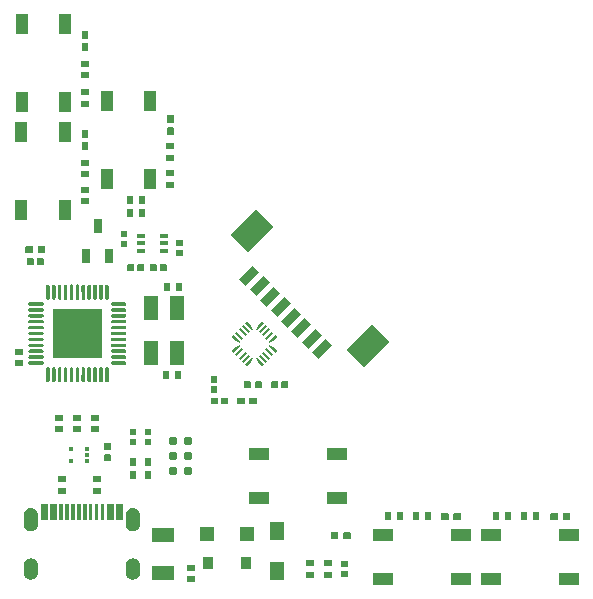
<source format=gtp>
G04 Layer: TopPasteMaskLayer*
G04 EasyEDA v6.5.34, 2023-08-29 15:51:40*
G04 c19b9e491f004e949dcb7f38ecc8bf32,24d7ea87aaaa49e9b18beb810eddf566,10*
G04 Gerber Generator version 0.2*
G04 Scale: 100 percent, Rotated: No, Reflected: No *
G04 Dimensions in millimeters *
G04 leading zeros omitted , absolute positions ,4 integer and 5 decimal *
%FSLAX45Y45*%
%MOMM*%

%AMMACRO1*21,1,$1,$2,0,0,$3*%
%AMMACRO2*4,1,5,-0.3313,-0.2125,0.2521,0.3709,0.3313,0.2916,0.1188,-0.0793,-0.1729,-0.3709,-0.3313,-0.2125,0*%
%AMMACRO3*4,1,5,-0.2125,0.3313,0.3708,-0.2521,0.2916,-0.3313,-0.0794,-0.1188,-0.3708,0.173,-0.2125,0.3313,0*%
%AMMACRO4*4,1,5,0.3313,0.2125,-0.252,-0.3709,-0.3313,-0.2916,-0.1187,0.0793,0.1729,0.3709,0.3313,0.2125,0*%
%AMMACRO5*4,1,5,0.2125,-0.3313,-0.3709,0.2521,-0.2916,0.3313,0.0793,0.1188,0.3709,-0.1729,0.2125,-0.3313,0*%
%AMMACRO6*4,1,5,0.3313,-0.2125,-0.2521,0.3709,-0.3313,0.2917,-0.1187,-0.0793,0.1729,-0.3709,0.3313,-0.2125,0*%
%AMMACRO7*4,1,5,0.2125,0.3313,-0.3709,-0.2521,-0.2916,-0.3313,0.0793,-0.1187,0.3709,0.1729,0.2125,0.3313,0*%
%AMMACRO8*4,1,5,-0.3313,0.2125,0.2521,-0.3709,0.3313,-0.2916,0.1187,0.0793,-0.1729,0.3709,-0.3313,0.2125,0*%
%AMMACRO9*4,1,5,-0.2125,-0.3313,0.3709,0.2521,0.2917,0.3313,-0.0793,0.1188,-0.3709,-0.1729,-0.2125,-0.3313,0*%
%ADD10R,1.0000X1.7000*%
%ADD11R,1.7000X1.0000*%
%ADD12R,0.8000X0.5000*%
%ADD13R,0.5000X0.8000*%
%ADD14R,1.2960X1.5000*%
%ADD15MACRO1,0.96X0.88X-90.0000*%
%ADD16R,1.3000X1.3000*%
%ADD17R,1.9000X1.2000*%
%ADD18R,0.4500X0.3000*%
%ADD19R,0.7800X0.3500*%
%ADD20R,0.7000X1.2500*%
%ADD21MACRO1,0.2X0.825X-44.9949*%
%ADD22MACRO1,0.2X0.825X-45.0000*%
%ADD23MACRO2*%
%ADD24MACRO1,0.825X0.2X-45.0000*%
%ADD25MACRO1,0.825X0.2X-44.9988*%
%ADD26MACRO3*%
%ADD27MACRO4*%
%ADD28MACRO5*%
%ADD29MACRO6*%
%ADD30MACRO7*%
%ADD31MACRO8*%
%ADD32MACRO9*%
%ADD33MACRO1,0.8X1.6X135.0000*%
%ADD34MACRO1,0.8X1.6X134.9987*%
%ADD35MACRO1,2.1X3X135.0000*%
%ADD36MACRO1,2.1X3X134.9995*%
%ADD37R,1.3000X2.0000*%
%ADD38C,0.7874*%
%ADD39C,0.0167*%

%LPD*%
G36*
X-681786Y888187D02*
G01*
X-685800Y884224D01*
X-685800Y838200D01*
X-681786Y834186D01*
X-623925Y834186D01*
X-619963Y838200D01*
X-619963Y884224D01*
X-623925Y888187D01*
G37*
G36*
X-787247Y888187D02*
G01*
X-791210Y884224D01*
X-791210Y838200D01*
X-787247Y834186D01*
X-729386Y834186D01*
X-725373Y838200D01*
X-725373Y884224D01*
X-729386Y888187D01*
G37*
G36*
X-773125Y786587D02*
G01*
X-777138Y782624D01*
X-777138Y736600D01*
X-773125Y732586D01*
X-723087Y732586D01*
X-719074Y736600D01*
X-719074Y782624D01*
X-723087Y786587D01*
G37*
G36*
X-688086Y786587D02*
G01*
X-692099Y782624D01*
X-692099Y736600D01*
X-688086Y732586D01*
X-638048Y732586D01*
X-634034Y736600D01*
X-634034Y782624D01*
X-638048Y786587D01*
G37*
G36*
X-309473Y2606700D02*
G01*
X-313486Y2602687D01*
X-313486Y2544876D01*
X-309473Y2540863D01*
X-263499Y2540863D01*
X-259486Y2544876D01*
X-259486Y2602687D01*
X-263499Y2606700D01*
G37*
G36*
X-309473Y2712161D02*
G01*
X-313486Y2708148D01*
X-313486Y2650286D01*
X-309473Y2646324D01*
X-263499Y2646324D01*
X-259486Y2650286D01*
X-259486Y2708148D01*
X-263499Y2712161D01*
G37*
G36*
X3657752Y-1372412D02*
G01*
X3653739Y-1376375D01*
X3653739Y-1422400D01*
X3657752Y-1426413D01*
X3715613Y-1426413D01*
X3719626Y-1422400D01*
X3719626Y-1376375D01*
X3715613Y-1372412D01*
G37*
G36*
X3763213Y-1372412D02*
G01*
X3759200Y-1376375D01*
X3759200Y-1422400D01*
X3763213Y-1426413D01*
X3821023Y-1426413D01*
X3825036Y-1422400D01*
X3825036Y-1376375D01*
X3821023Y-1372412D01*
G37*
G36*
X2730652Y-1372412D02*
G01*
X2726639Y-1376375D01*
X2726639Y-1422400D01*
X2730652Y-1426413D01*
X2788513Y-1426413D01*
X2792526Y-1422400D01*
X2792526Y-1376375D01*
X2788513Y-1372412D01*
G37*
G36*
X2836113Y-1372412D02*
G01*
X2832100Y-1376375D01*
X2832100Y-1422400D01*
X2836113Y-1426413D01*
X2893974Y-1426413D01*
X2897936Y-1422400D01*
X2897936Y-1376375D01*
X2893974Y-1372412D01*
G37*
G36*
X-309473Y1768500D02*
G01*
X-313486Y1764487D01*
X-313486Y1706676D01*
X-309473Y1702663D01*
X-263499Y1702663D01*
X-259486Y1706676D01*
X-259486Y1764487D01*
X-263499Y1768500D01*
G37*
G36*
X-309473Y1873961D02*
G01*
X-313486Y1869948D01*
X-313486Y1812086D01*
X-309473Y1808124D01*
X-263499Y1808124D01*
X-259486Y1812086D01*
X-259486Y1869948D01*
X-263499Y1873961D01*
G37*
G36*
X414426Y1895500D02*
G01*
X410413Y1891487D01*
X410413Y1833676D01*
X414426Y1829663D01*
X460400Y1829663D01*
X464413Y1833676D01*
X464413Y1891487D01*
X460400Y1895500D01*
G37*
G36*
X414426Y2000961D02*
G01*
X410413Y1996948D01*
X410413Y1939086D01*
X414426Y1935124D01*
X460400Y1935124D01*
X464413Y1939086D01*
X464413Y1996948D01*
X460400Y2000961D01*
G37*
G36*
X-600405Y564997D02*
G01*
X-603554Y564591D01*
X-605078Y564134D01*
X-608634Y562305D01*
X-610463Y560730D01*
X-612038Y558952D01*
X-613664Y556209D01*
X-614629Y553161D01*
X-614883Y551586D01*
X-614984Y449224D01*
X-614476Y446074D01*
X-613664Y443788D01*
X-612038Y441045D01*
X-609244Y438200D01*
X-605840Y436168D01*
X-602792Y435254D01*
X-600405Y435000D01*
X-597204Y435254D01*
X-594156Y436168D01*
X-592023Y437286D01*
X-590092Y438708D01*
X-588416Y440435D01*
X-587044Y442366D01*
X-585724Y445312D01*
X-585165Y447598D01*
X-585012Y449224D01*
X-585063Y551586D01*
X-585724Y554736D01*
X-586333Y556209D01*
X-587959Y558952D01*
X-590702Y561797D01*
X-594156Y563829D01*
X-597204Y564743D01*
G37*
G36*
X-350418Y564997D02*
G01*
X-353568Y564591D01*
X-355092Y564134D01*
X-358648Y562305D01*
X-360476Y560730D01*
X-362051Y558952D01*
X-363677Y556209D01*
X-364642Y553161D01*
X-364896Y551586D01*
X-364998Y449224D01*
X-364490Y446074D01*
X-363677Y443788D01*
X-362051Y441045D01*
X-359257Y438200D01*
X-355854Y436168D01*
X-352806Y435254D01*
X-350418Y435000D01*
X-347218Y435254D01*
X-344170Y436168D01*
X-342036Y437286D01*
X-340106Y438708D01*
X-338429Y440435D01*
X-337058Y442366D01*
X-335737Y445312D01*
X-335178Y447598D01*
X-335026Y449224D01*
X-335076Y551586D01*
X-335737Y554736D01*
X-336346Y556209D01*
X-337972Y558952D01*
X-340715Y561797D01*
X-344170Y563829D01*
X-347218Y564743D01*
G37*
G36*
X-450392Y564997D02*
G01*
X-453542Y564591D01*
X-455066Y564134D01*
X-458622Y562305D01*
X-461568Y559562D01*
X-462940Y557631D01*
X-464464Y553974D01*
X-464972Y550824D01*
X-464921Y448411D01*
X-464667Y446836D01*
X-463651Y443788D01*
X-462026Y441045D01*
X-459282Y438200D01*
X-457250Y436880D01*
X-453542Y435457D01*
X-450392Y435000D01*
X-447243Y435254D01*
X-444195Y436168D01*
X-442722Y436880D01*
X-439521Y439267D01*
X-437946Y441045D01*
X-436321Y443788D01*
X-435508Y446074D01*
X-435000Y449224D01*
X-435101Y551586D01*
X-435762Y554736D01*
X-437083Y557631D01*
X-437946Y558952D01*
X-440740Y561797D01*
X-442722Y563118D01*
X-445668Y564388D01*
X-448818Y564946D01*
G37*
G36*
X-550418Y564997D02*
G01*
X-553567Y564591D01*
X-555091Y564134D01*
X-558647Y562305D01*
X-560476Y560730D01*
X-562051Y558952D01*
X-563676Y556209D01*
X-564642Y553161D01*
X-564896Y551586D01*
X-564997Y449224D01*
X-564489Y446074D01*
X-563676Y443788D01*
X-562051Y441045D01*
X-559257Y438200D01*
X-555853Y436168D01*
X-551992Y435152D01*
X-548792Y435051D01*
X-547217Y435254D01*
X-544169Y436168D01*
X-542036Y437286D01*
X-540105Y438708D01*
X-538429Y440435D01*
X-537057Y442366D01*
X-535736Y445312D01*
X-535178Y447598D01*
X-535025Y449224D01*
X-535076Y551586D01*
X-535736Y554736D01*
X-536346Y556209D01*
X-537972Y558952D01*
X-540715Y561797D01*
X-544169Y563829D01*
X-547217Y564743D01*
G37*
G36*
X-250393Y564997D02*
G01*
X-253542Y564591D01*
X-255117Y564134D01*
X-258622Y562305D01*
X-261569Y559562D01*
X-262940Y557631D01*
X-264464Y553974D01*
X-264972Y550824D01*
X-264922Y448411D01*
X-264668Y446836D01*
X-263652Y443788D01*
X-262026Y441045D01*
X-259283Y438200D01*
X-257251Y436880D01*
X-255117Y435914D01*
X-251967Y435152D01*
X-248818Y435051D01*
X-245668Y435660D01*
X-242722Y436880D01*
X-239521Y439267D01*
X-237947Y441045D01*
X-236321Y443788D01*
X-235508Y446074D01*
X-235000Y449224D01*
X-235102Y551586D01*
X-235762Y554736D01*
X-237083Y557631D01*
X-237947Y558952D01*
X-240741Y561797D01*
X-242722Y563118D01*
X-244906Y564134D01*
X-248005Y564896D01*
G37*
G36*
X-400405Y564997D02*
G01*
X-403555Y564591D01*
X-405079Y564134D01*
X-408635Y562305D01*
X-410464Y560730D01*
X-412038Y558952D01*
X-413664Y556209D01*
X-414629Y553161D01*
X-414883Y551586D01*
X-414985Y449224D01*
X-414477Y446074D01*
X-413664Y443788D01*
X-412038Y441045D01*
X-409244Y438200D01*
X-405841Y436168D01*
X-401980Y435152D01*
X-398780Y435051D01*
X-397205Y435254D01*
X-394157Y436168D01*
X-392023Y437286D01*
X-390093Y438708D01*
X-388416Y440435D01*
X-387045Y442366D01*
X-385724Y445312D01*
X-385165Y447598D01*
X-385013Y449224D01*
X-385064Y551586D01*
X-385724Y554736D01*
X-386334Y556209D01*
X-387959Y558952D01*
X-390702Y561797D01*
X-394157Y563829D01*
X-397205Y564743D01*
G37*
G36*
X-500380Y564997D02*
G01*
X-503529Y564591D01*
X-505104Y564134D01*
X-508609Y562305D01*
X-511556Y559562D01*
X-512927Y557631D01*
X-514451Y553974D01*
X-514959Y550824D01*
X-514908Y448411D01*
X-514654Y446836D01*
X-513638Y443788D01*
X-512013Y441045D01*
X-509270Y438200D01*
X-507238Y436880D01*
X-505104Y435914D01*
X-501954Y435152D01*
X-498805Y435051D01*
X-495655Y435660D01*
X-492709Y436880D01*
X-489508Y439267D01*
X-487934Y441045D01*
X-486308Y443788D01*
X-485495Y446074D01*
X-484987Y449224D01*
X-485089Y551586D01*
X-485749Y554736D01*
X-487070Y557631D01*
X-487934Y558952D01*
X-490728Y561797D01*
X-492709Y563118D01*
X-494893Y564134D01*
X-497992Y564896D01*
G37*
G36*
X-100380Y564997D02*
G01*
X-103530Y564591D01*
X-105105Y564134D01*
X-108610Y562305D01*
X-111556Y559562D01*
X-112928Y557631D01*
X-114452Y553974D01*
X-114960Y550824D01*
X-114909Y448411D01*
X-114655Y446836D01*
X-113639Y443788D01*
X-112014Y441045D01*
X-109270Y438200D01*
X-107238Y436880D01*
X-105105Y435914D01*
X-101955Y435152D01*
X-98806Y435051D01*
X-95656Y435660D01*
X-92710Y436880D01*
X-89509Y439267D01*
X-87934Y441045D01*
X-86309Y443788D01*
X-85496Y446074D01*
X-84988Y449224D01*
X-85090Y551586D01*
X-85750Y554736D01*
X-87071Y557631D01*
X-87934Y558952D01*
X-90728Y561797D01*
X-92710Y563118D01*
X-94894Y564134D01*
X-97993Y564896D01*
G37*
G36*
X-200406Y564997D02*
G01*
X-203555Y564591D01*
X-205079Y564134D01*
X-208635Y562305D01*
X-210464Y560730D01*
X-212039Y558952D01*
X-213664Y556209D01*
X-214629Y553161D01*
X-214884Y551586D01*
X-214985Y449224D01*
X-214477Y446074D01*
X-213664Y443788D01*
X-212039Y441045D01*
X-209245Y438200D01*
X-205841Y436168D01*
X-202793Y435254D01*
X-200406Y435000D01*
X-197205Y435254D01*
X-194157Y436168D01*
X-192024Y437286D01*
X-190093Y438708D01*
X-188417Y440435D01*
X-187045Y442366D01*
X-185724Y445312D01*
X-185166Y447598D01*
X-185013Y449224D01*
X-185064Y551586D01*
X-185724Y554736D01*
X-186334Y556209D01*
X-187960Y558952D01*
X-190703Y561797D01*
X-194157Y563829D01*
X-197205Y564743D01*
G37*
G36*
X-300380Y564997D02*
G01*
X-303530Y564591D01*
X-305054Y564134D01*
X-308610Y562305D01*
X-311556Y559562D01*
X-312928Y557631D01*
X-314452Y553974D01*
X-314960Y550824D01*
X-314909Y448411D01*
X-314655Y446836D01*
X-313639Y443788D01*
X-312013Y441045D01*
X-309270Y438200D01*
X-307238Y436880D01*
X-303530Y435457D01*
X-300380Y435000D01*
X-297230Y435254D01*
X-294182Y436168D01*
X-292709Y436880D01*
X-289509Y439267D01*
X-287934Y441045D01*
X-286308Y443788D01*
X-285496Y446074D01*
X-284988Y449224D01*
X-285089Y551586D01*
X-285750Y554736D01*
X-287070Y557631D01*
X-287934Y558952D01*
X-290728Y561797D01*
X-292709Y563118D01*
X-295656Y564388D01*
X-298805Y564946D01*
G37*
G36*
X-150418Y564997D02*
G01*
X-153568Y564591D01*
X-155092Y564134D01*
X-158648Y562305D01*
X-160477Y560730D01*
X-162052Y558952D01*
X-163677Y556209D01*
X-164642Y553161D01*
X-164896Y551586D01*
X-164998Y449224D01*
X-164490Y446074D01*
X-163677Y443788D01*
X-162052Y441045D01*
X-159258Y438200D01*
X-155854Y436168D01*
X-151993Y435152D01*
X-148793Y435051D01*
X-147218Y435254D01*
X-144170Y436168D01*
X-142036Y437286D01*
X-140106Y438708D01*
X-138430Y440435D01*
X-137058Y442366D01*
X-135737Y445312D01*
X-135178Y447598D01*
X-135026Y449224D01*
X-135077Y551586D01*
X-135737Y554736D01*
X-136347Y556209D01*
X-137972Y558952D01*
X-140716Y561797D01*
X-144170Y563829D01*
X-147218Y564743D01*
G37*
G36*
X-750773Y414985D02*
G01*
X-753922Y414477D01*
X-756208Y413664D01*
X-758952Y412038D01*
X-761288Y409905D01*
X-763117Y407263D01*
X-764336Y404317D01*
X-764997Y400405D01*
X-764946Y398830D01*
X-764336Y395681D01*
X-763117Y392734D01*
X-761288Y390144D01*
X-760171Y388975D01*
X-756920Y386689D01*
X-753160Y385318D01*
X-750773Y385013D01*
X-648411Y385114D01*
X-646836Y385318D01*
X-644499Y386029D01*
X-641705Y387502D01*
X-639826Y388975D01*
X-637692Y391363D01*
X-635863Y394919D01*
X-635101Y398018D01*
X-635050Y401218D01*
X-635609Y404317D01*
X-637286Y407974D01*
X-639216Y410464D01*
X-641045Y412038D01*
X-643788Y413664D01*
X-647598Y414832D01*
X-649173Y414985D01*
G37*
G36*
X-50800Y414985D02*
G01*
X-53949Y414477D01*
X-56184Y413664D01*
X-58928Y412038D01*
X-60756Y410464D01*
X-62687Y407974D01*
X-64363Y404317D01*
X-64922Y401218D01*
X-64871Y398018D01*
X-64109Y394919D01*
X-63500Y393446D01*
X-62280Y391363D01*
X-60147Y388975D01*
X-56896Y386689D01*
X-55473Y386029D01*
X-53136Y385318D01*
X-51562Y385114D01*
X50800Y385013D01*
X53949Y385521D01*
X56184Y386334D01*
X58978Y387959D01*
X61823Y390753D01*
X63500Y393446D01*
X64769Y397205D01*
X65024Y399592D01*
X64769Y402793D01*
X63500Y406552D01*
X61823Y409244D01*
X60198Y411022D01*
X56946Y413308D01*
X53187Y414680D01*
X51612Y414934D01*
G37*
G36*
X-557987Y357987D02*
G01*
X-557987Y-58013D01*
X-141986Y-58013D01*
X-141986Y357987D01*
G37*
G36*
X-750773Y364998D02*
G01*
X-753922Y364490D01*
X-756208Y363677D01*
X-758952Y362051D01*
X-761796Y359257D01*
X-763117Y357276D01*
X-764336Y354330D01*
X-764946Y351180D01*
X-764844Y347980D01*
X-764082Y344881D01*
X-762711Y342036D01*
X-761288Y340106D01*
X-759561Y338429D01*
X-756920Y336702D01*
X-754684Y335737D01*
X-752398Y335178D01*
X-750773Y335026D01*
X-648411Y335076D01*
X-645261Y335737D01*
X-643788Y336346D01*
X-641045Y337972D01*
X-639216Y339547D01*
X-637286Y342036D01*
X-635863Y344881D01*
X-635406Y346456D01*
X-635000Y349605D01*
X-635254Y352755D01*
X-636168Y355803D01*
X-636879Y357276D01*
X-638200Y359257D01*
X-639826Y361035D01*
X-643077Y363321D01*
X-644499Y363982D01*
X-648411Y364896D01*
G37*
G36*
X-50800Y364998D02*
G01*
X-53949Y364490D01*
X-56184Y363677D01*
X-58928Y362051D01*
X-60756Y360476D01*
X-62280Y358597D01*
X-63500Y356565D01*
X-64566Y353568D01*
X-64973Y350418D01*
X-64871Y347980D01*
X-64363Y345643D01*
X-63093Y342747D01*
X-61264Y340106D01*
X-59537Y338429D01*
X-57607Y337058D01*
X-53949Y335534D01*
X-50800Y335026D01*
X49987Y334975D01*
X52374Y335178D01*
X54711Y335737D01*
X57607Y337058D01*
X60198Y338988D01*
X61823Y340715D01*
X63144Y342747D01*
X64363Y345643D01*
X64973Y348792D01*
X64871Y351993D01*
X64109Y355092D01*
X62738Y357936D01*
X60198Y361035D01*
X56946Y363321D01*
X55473Y363982D01*
X51612Y364896D01*
G37*
G36*
X-750773Y315010D02*
G01*
X-753922Y314502D01*
X-756208Y313690D01*
X-758952Y312064D01*
X-761796Y309270D01*
X-763117Y307289D01*
X-764336Y304342D01*
X-764946Y301193D01*
X-764844Y297992D01*
X-764082Y294894D01*
X-762711Y292049D01*
X-761288Y290118D01*
X-759561Y288442D01*
X-756920Y286715D01*
X-754684Y285750D01*
X-752398Y285191D01*
X-750773Y285038D01*
X-648411Y285089D01*
X-645261Y285750D01*
X-643788Y286359D01*
X-641045Y287985D01*
X-639216Y289560D01*
X-637286Y292049D01*
X-635863Y294894D01*
X-635406Y296468D01*
X-635000Y299618D01*
X-635101Y302006D01*
X-635863Y305104D01*
X-637692Y308610D01*
X-639216Y310489D01*
X-642366Y312928D01*
X-643788Y313690D01*
X-646023Y314502D01*
X-649173Y315010D01*
G37*
G36*
X-50800Y315010D02*
G01*
X-53949Y314502D01*
X-56184Y313690D01*
X-58928Y312064D01*
X-60756Y310489D01*
X-62280Y308610D01*
X-63500Y306578D01*
X-64566Y303580D01*
X-64871Y302006D01*
X-64973Y299618D01*
X-64566Y296468D01*
X-63500Y293420D01*
X-61772Y290728D01*
X-60756Y289560D01*
X-58928Y287985D01*
X-56184Y286359D01*
X-53136Y285343D01*
X-49987Y284988D01*
X51612Y285089D01*
X53187Y285343D01*
X56946Y286715D01*
X59588Y288442D01*
X61315Y290118D01*
X63500Y293420D01*
X64566Y296468D01*
X65024Y299618D01*
X64769Y302768D01*
X63144Y307289D01*
X60756Y310489D01*
X58978Y312064D01*
X56184Y313690D01*
X53949Y314502D01*
X50800Y315010D01*
G37*
G36*
X-750773Y264972D02*
G01*
X-753922Y264464D01*
X-756208Y263652D01*
X-758952Y262026D01*
X-760171Y261010D01*
X-762711Y257962D01*
X-763828Y255828D01*
X-764743Y252780D01*
X-764997Y249580D01*
X-764743Y247192D01*
X-763828Y244144D01*
X-762711Y242011D01*
X-760730Y239521D01*
X-758952Y237947D01*
X-756208Y236321D01*
X-753922Y235508D01*
X-750773Y235000D01*
X-648411Y235102D01*
X-646836Y235305D01*
X-644499Y236016D01*
X-641705Y237490D01*
X-639826Y238963D01*
X-637692Y241350D01*
X-635863Y244906D01*
X-635101Y248005D01*
X-635050Y251206D01*
X-635609Y254304D01*
X-637286Y257962D01*
X-639216Y260451D01*
X-641045Y262026D01*
X-643788Y263652D01*
X-647598Y264820D01*
X-649173Y264972D01*
G37*
G36*
X-50800Y264972D02*
G01*
X-53949Y264464D01*
X-56184Y263652D01*
X-58928Y262026D01*
X-60756Y260451D01*
X-62687Y257962D01*
X-64363Y254304D01*
X-64922Y251206D01*
X-64871Y248005D01*
X-64109Y244906D01*
X-63500Y243433D01*
X-62280Y241350D01*
X-60147Y238963D01*
X-56896Y236677D01*
X-55473Y236016D01*
X-53136Y235305D01*
X-51562Y235102D01*
X50800Y235000D01*
X53949Y235508D01*
X56184Y236321D01*
X58978Y237947D01*
X61823Y240741D01*
X63500Y243433D01*
X64769Y247192D01*
X65024Y249580D01*
X64769Y252780D01*
X63500Y256540D01*
X61823Y259232D01*
X60198Y261010D01*
X57607Y262940D01*
X53949Y264464D01*
X50800Y264972D01*
G37*
G36*
X-750773Y214985D02*
G01*
X-753922Y214477D01*
X-756208Y213664D01*
X-758952Y212039D01*
X-761288Y209905D01*
X-762711Y207975D01*
X-763828Y205841D01*
X-764743Y202793D01*
X-764997Y199593D01*
X-764743Y197205D01*
X-763828Y194157D01*
X-761796Y190754D01*
X-758952Y187960D01*
X-756208Y186334D01*
X-753922Y185521D01*
X-751586Y185064D01*
X-649173Y185013D01*
X-646023Y185521D01*
X-643788Y186334D01*
X-641045Y187960D01*
X-639216Y189534D01*
X-637286Y192074D01*
X-636168Y194157D01*
X-635254Y197205D01*
X-635000Y200406D01*
X-635406Y203555D01*
X-635863Y205079D01*
X-637692Y208635D01*
X-639826Y211023D01*
X-642366Y212953D01*
X-644499Y213969D01*
X-646836Y214680D01*
X-648411Y214934D01*
G37*
G36*
X-50800Y214985D02*
G01*
X-53949Y214477D01*
X-56184Y213664D01*
X-58928Y212039D01*
X-60756Y210464D01*
X-62687Y207975D01*
X-64363Y204317D01*
X-64922Y201218D01*
X-64871Y198018D01*
X-64109Y194919D01*
X-62687Y192074D01*
X-60756Y189534D01*
X-57607Y187096D01*
X-56184Y186334D01*
X-53949Y185521D01*
X-50800Y185013D01*
X51612Y185064D01*
X55473Y186029D01*
X58318Y187502D01*
X60198Y188976D01*
X62280Y191363D01*
X63804Y194157D01*
X64363Y195681D01*
X64973Y198831D01*
X64871Y201980D01*
X64363Y204317D01*
X63144Y207264D01*
X61823Y209296D01*
X60198Y211023D01*
X56946Y213309D01*
X53187Y214680D01*
X51612Y214934D01*
G37*
G36*
X-750773Y164998D02*
G01*
X-753922Y164490D01*
X-756208Y163677D01*
X-758952Y162052D01*
X-761796Y159258D01*
X-763117Y157276D01*
X-764336Y154330D01*
X-764946Y151180D01*
X-764844Y147980D01*
X-764082Y144881D01*
X-762711Y142036D01*
X-761288Y140106D01*
X-759561Y138430D01*
X-756920Y136702D01*
X-754684Y135737D01*
X-752398Y135178D01*
X-750773Y135026D01*
X-648411Y135077D01*
X-645261Y135737D01*
X-643788Y136347D01*
X-641045Y137972D01*
X-639216Y139547D01*
X-637286Y142036D01*
X-635863Y144881D01*
X-635406Y146456D01*
X-635000Y149606D01*
X-635101Y151993D01*
X-635863Y155092D01*
X-637692Y158597D01*
X-639216Y160477D01*
X-642366Y162915D01*
X-643788Y163677D01*
X-646023Y164490D01*
X-649173Y164998D01*
G37*
G36*
X-50800Y164998D02*
G01*
X-53949Y164490D01*
X-56184Y163677D01*
X-58928Y162052D01*
X-60756Y160477D01*
X-62280Y158597D01*
X-63500Y156565D01*
X-64566Y153568D01*
X-64871Y151993D01*
X-64973Y149606D01*
X-64566Y146456D01*
X-63500Y143408D01*
X-61772Y140716D01*
X-60756Y139547D01*
X-58928Y137972D01*
X-56184Y136347D01*
X-53136Y135331D01*
X-49987Y134975D01*
X51612Y135077D01*
X53187Y135331D01*
X56946Y136702D01*
X59588Y138430D01*
X61315Y140106D01*
X63500Y143408D01*
X64566Y146456D01*
X65024Y149606D01*
X64769Y152755D01*
X63144Y157276D01*
X60756Y160477D01*
X58978Y162052D01*
X56184Y163677D01*
X53949Y164490D01*
X50800Y164998D01*
G37*
G36*
X-750773Y115011D02*
G01*
X-753922Y114503D01*
X-756208Y113690D01*
X-758952Y112064D01*
X-761796Y109270D01*
X-763117Y107289D01*
X-764336Y104343D01*
X-764946Y101193D01*
X-764844Y97993D01*
X-764082Y94894D01*
X-763117Y92760D01*
X-761796Y90728D01*
X-758952Y87985D01*
X-756208Y86360D01*
X-753160Y85344D01*
X-750011Y84988D01*
X-649173Y85039D01*
X-646023Y85547D01*
X-642366Y87071D01*
X-640435Y88442D01*
X-637692Y91389D01*
X-635863Y94894D01*
X-635406Y96469D01*
X-635000Y99618D01*
X-635101Y102006D01*
X-635863Y105105D01*
X-637692Y108610D01*
X-639216Y110489D01*
X-642366Y112928D01*
X-643788Y113690D01*
X-646023Y114503D01*
X-649173Y115011D01*
G37*
G36*
X-50800Y115011D02*
G01*
X-53949Y114503D01*
X-56184Y113690D01*
X-58928Y112064D01*
X-60756Y110489D01*
X-62280Y108610D01*
X-63500Y106578D01*
X-64566Y103581D01*
X-64871Y102006D01*
X-64973Y99618D01*
X-64566Y96469D01*
X-64109Y94894D01*
X-62687Y92049D01*
X-60756Y89560D01*
X-58928Y87985D01*
X-56184Y86360D01*
X-53136Y85344D01*
X-49987Y84988D01*
X51612Y85090D01*
X53187Y85344D01*
X56946Y86715D01*
X59588Y88442D01*
X61315Y90119D01*
X62738Y92049D01*
X64363Y95656D01*
X64973Y98806D01*
X64871Y102006D01*
X64109Y105105D01*
X62738Y107950D01*
X60198Y111048D01*
X56946Y113334D01*
X55473Y113995D01*
X51612Y114909D01*
G37*
G36*
X-750773Y64973D02*
G01*
X-753922Y64465D01*
X-756208Y63652D01*
X-758952Y62026D01*
X-761288Y59893D01*
X-762711Y57962D01*
X-763828Y55829D01*
X-764743Y52781D01*
X-764997Y49580D01*
X-764743Y47193D01*
X-763828Y44145D01*
X-762711Y42011D01*
X-760730Y39522D01*
X-758952Y37947D01*
X-756208Y36322D01*
X-753922Y35509D01*
X-751586Y35052D01*
X-649173Y35001D01*
X-646023Y35509D01*
X-643788Y36322D01*
X-641045Y37947D01*
X-639216Y39522D01*
X-637286Y42011D01*
X-635609Y45669D01*
X-635050Y48818D01*
X-635101Y51968D01*
X-635863Y55067D01*
X-637692Y58623D01*
X-639826Y61010D01*
X-642366Y62941D01*
X-644499Y63957D01*
X-646836Y64668D01*
X-648411Y64922D01*
G37*
G36*
X-50800Y64973D02*
G01*
X-53949Y64465D01*
X-56184Y63652D01*
X-58928Y62026D01*
X-60756Y60452D01*
X-62687Y57962D01*
X-64363Y54305D01*
X-64922Y51206D01*
X-64871Y48006D01*
X-64109Y44907D01*
X-63500Y43434D01*
X-62280Y41351D01*
X-60147Y38963D01*
X-56896Y36677D01*
X-55473Y36017D01*
X-51562Y35052D01*
X50800Y35001D01*
X53949Y35509D01*
X56184Y36322D01*
X58978Y37947D01*
X61823Y40741D01*
X63500Y43434D01*
X64769Y47193D01*
X65024Y49580D01*
X64769Y52781D01*
X63500Y56540D01*
X62738Y57962D01*
X61315Y59893D01*
X58978Y62026D01*
X56184Y63652D01*
X52374Y64820D01*
X50800Y64973D01*
G37*
G36*
X-750773Y14985D02*
G01*
X-752398Y14833D01*
X-754684Y14274D01*
X-758291Y12496D01*
X-760171Y11023D01*
X-762711Y7975D01*
X-763828Y5842D01*
X-764743Y2794D01*
X-764997Y-406D01*
X-764743Y-2794D01*
X-763828Y-5842D01*
X-762711Y-7975D01*
X-760730Y-10464D01*
X-758952Y-12039D01*
X-756208Y-13665D01*
X-753922Y-14478D01*
X-750773Y-14985D01*
X-648411Y-14884D01*
X-646836Y-14681D01*
X-644499Y-13970D01*
X-641705Y-12496D01*
X-639826Y-11023D01*
X-637692Y-8636D01*
X-635863Y-5080D01*
X-635101Y-1981D01*
X-635050Y1219D01*
X-635609Y4318D01*
X-637286Y7975D01*
X-639216Y10464D01*
X-641045Y12039D01*
X-643788Y13665D01*
X-646836Y14681D01*
X-648411Y14935D01*
G37*
G36*
X-50800Y14985D02*
G01*
X-53949Y14478D01*
X-57607Y12954D01*
X-60147Y11023D01*
X-62280Y8636D01*
X-63500Y6553D01*
X-64566Y3556D01*
X-64973Y406D01*
X-64719Y-2794D01*
X-63804Y-5842D01*
X-62687Y-7975D01*
X-60756Y-10464D01*
X-57607Y-12903D01*
X-56184Y-13665D01*
X-53949Y-14478D01*
X-50800Y-14985D01*
X51612Y-14884D01*
X53187Y-14681D01*
X56946Y-13309D01*
X60198Y-11023D01*
X62280Y-8636D01*
X63804Y-5842D01*
X64363Y-4318D01*
X64973Y-1168D01*
X64871Y1981D01*
X64363Y4318D01*
X63144Y7264D01*
X61315Y9906D01*
X58978Y12039D01*
X56184Y13665D01*
X54711Y14274D01*
X52374Y14833D01*
X50800Y14985D01*
G37*
G36*
X-750773Y-35001D02*
G01*
X-753922Y-35509D01*
X-756208Y-36322D01*
X-758952Y-37947D01*
X-761796Y-40741D01*
X-763117Y-42722D01*
X-764336Y-45669D01*
X-764946Y-48818D01*
X-764844Y-52019D01*
X-764082Y-55117D01*
X-763117Y-57251D01*
X-761796Y-59283D01*
X-758952Y-62026D01*
X-756208Y-63652D01*
X-753160Y-64668D01*
X-750011Y-65024D01*
X-649173Y-64973D01*
X-646023Y-64465D01*
X-642366Y-62941D01*
X-640435Y-61569D01*
X-637692Y-58623D01*
X-635863Y-55117D01*
X-635406Y-53543D01*
X-635000Y-50393D01*
X-635254Y-47244D01*
X-636168Y-44196D01*
X-636879Y-42722D01*
X-638200Y-40741D01*
X-639826Y-38963D01*
X-643077Y-36677D01*
X-644499Y-36017D01*
X-648411Y-35102D01*
G37*
G36*
X-50800Y-35001D02*
G01*
X-53949Y-35509D01*
X-56184Y-36322D01*
X-58928Y-37947D01*
X-60756Y-39522D01*
X-62280Y-41402D01*
X-63500Y-43434D01*
X-64566Y-46431D01*
X-64973Y-49580D01*
X-64871Y-52019D01*
X-64363Y-54356D01*
X-63500Y-56540D01*
X-62280Y-58623D01*
X-59537Y-61569D01*
X-57607Y-62941D01*
X-53949Y-64465D01*
X-50800Y-64973D01*
X49987Y-65024D01*
X52374Y-64820D01*
X54711Y-64262D01*
X57607Y-62941D01*
X60198Y-61010D01*
X61823Y-59283D01*
X63144Y-57251D01*
X64109Y-55117D01*
X64871Y-52019D01*
X64973Y-48818D01*
X64363Y-45669D01*
X63144Y-42722D01*
X60756Y-39522D01*
X58978Y-37947D01*
X56184Y-36322D01*
X53949Y-35509D01*
X50800Y-35001D01*
G37*
G36*
X-750773Y-84988D02*
G01*
X-753922Y-85496D01*
X-756208Y-86309D01*
X-758952Y-87934D01*
X-761796Y-90728D01*
X-763117Y-92710D01*
X-764336Y-95656D01*
X-764946Y-98806D01*
X-764844Y-102006D01*
X-764082Y-105105D01*
X-762711Y-107950D01*
X-761288Y-109880D01*
X-759561Y-111556D01*
X-756920Y-113283D01*
X-754684Y-114249D01*
X-752398Y-114808D01*
X-750773Y-114960D01*
X-648411Y-114909D01*
X-645261Y-114249D01*
X-643788Y-113639D01*
X-641045Y-112014D01*
X-639216Y-110439D01*
X-637286Y-107950D01*
X-635863Y-105105D01*
X-635406Y-103530D01*
X-635000Y-100380D01*
X-635101Y-97993D01*
X-635863Y-94894D01*
X-637692Y-91389D01*
X-639216Y-89509D01*
X-642366Y-87071D01*
X-643788Y-86309D01*
X-646023Y-85496D01*
X-649173Y-84988D01*
G37*
G36*
X-50800Y-84988D02*
G01*
X-53949Y-85496D01*
X-56184Y-86309D01*
X-58928Y-87934D01*
X-60756Y-89509D01*
X-62280Y-91389D01*
X-63500Y-93421D01*
X-64566Y-96418D01*
X-64871Y-97993D01*
X-64973Y-100380D01*
X-64566Y-103530D01*
X-63500Y-106578D01*
X-61772Y-109270D01*
X-60756Y-110439D01*
X-58928Y-112014D01*
X-56184Y-113639D01*
X-53136Y-114655D01*
X-49987Y-115011D01*
X51612Y-114909D01*
X53187Y-114655D01*
X56946Y-113283D01*
X59588Y-111556D01*
X61315Y-109880D01*
X63500Y-106578D01*
X64566Y-103530D01*
X65024Y-100380D01*
X64769Y-97231D01*
X63144Y-92710D01*
X60756Y-89509D01*
X58978Y-87934D01*
X56184Y-86309D01*
X53949Y-85496D01*
X50800Y-84988D01*
G37*
G36*
X-250393Y-134975D02*
G01*
X-253542Y-135432D01*
X-255117Y-135890D01*
X-257251Y-136855D01*
X-259283Y-138176D01*
X-262026Y-141020D01*
X-263652Y-143814D01*
X-264261Y-145288D01*
X-264820Y-147624D01*
X-265023Y-150012D01*
X-264922Y-251612D01*
X-264668Y-253187D01*
X-263956Y-255473D01*
X-262940Y-257606D01*
X-261010Y-260146D01*
X-258622Y-262280D01*
X-256540Y-263499D01*
X-254355Y-264363D01*
X-251206Y-264922D01*
X-248005Y-264871D01*
X-244906Y-264109D01*
X-243433Y-263499D01*
X-241401Y-262280D01*
X-239521Y-260756D01*
X-237490Y-258267D01*
X-236016Y-255473D01*
X-235102Y-251612D01*
X-235000Y-149199D01*
X-235508Y-146050D01*
X-236321Y-143814D01*
X-237947Y-141020D01*
X-240741Y-138176D01*
X-242722Y-136855D01*
X-245668Y-135636D01*
X-248818Y-135026D01*
G37*
G36*
X-500380Y-134975D02*
G01*
X-503529Y-135432D01*
X-505104Y-135890D01*
X-507238Y-136855D01*
X-509270Y-138176D01*
X-512013Y-141020D01*
X-513638Y-143814D01*
X-514248Y-145288D01*
X-514807Y-147624D01*
X-515010Y-150012D01*
X-514908Y-251612D01*
X-514654Y-253187D01*
X-513943Y-255473D01*
X-512927Y-257606D01*
X-510997Y-260146D01*
X-508609Y-262280D01*
X-506526Y-263499D01*
X-504342Y-264363D01*
X-501192Y-264922D01*
X-497992Y-264871D01*
X-494893Y-264109D01*
X-493420Y-263499D01*
X-491388Y-262280D01*
X-489508Y-260756D01*
X-487476Y-258267D01*
X-486003Y-255473D01*
X-485089Y-251612D01*
X-484987Y-149199D01*
X-485495Y-146050D01*
X-486308Y-143814D01*
X-487934Y-141020D01*
X-490728Y-138176D01*
X-492709Y-136855D01*
X-495655Y-135636D01*
X-498805Y-135026D01*
G37*
G36*
X-300380Y-134975D02*
G01*
X-303530Y-135432D01*
X-306527Y-136499D01*
X-307949Y-137261D01*
X-309880Y-138684D01*
X-311556Y-140411D01*
X-313283Y-143052D01*
X-314655Y-146812D01*
X-314909Y-148386D01*
X-315010Y-249986D01*
X-314807Y-252374D01*
X-314248Y-254711D01*
X-312928Y-257606D01*
X-310997Y-260146D01*
X-308610Y-262280D01*
X-306527Y-263499D01*
X-303530Y-264566D01*
X-300380Y-264972D01*
X-297230Y-264718D01*
X-294182Y-263804D01*
X-292709Y-263093D01*
X-290728Y-261772D01*
X-288950Y-260146D01*
X-287070Y-257606D01*
X-286308Y-256184D01*
X-285496Y-253949D01*
X-284988Y-250799D01*
X-285089Y-148386D01*
X-286004Y-144526D01*
X-287477Y-141681D01*
X-288950Y-139801D01*
X-292049Y-137261D01*
X-294894Y-135890D01*
X-297992Y-135128D01*
G37*
G36*
X-600405Y-134975D02*
G01*
X-602792Y-135229D01*
X-606552Y-136499D01*
X-609244Y-138176D01*
X-612038Y-141020D01*
X-613664Y-143814D01*
X-614476Y-146050D01*
X-614984Y-149199D01*
X-614883Y-251612D01*
X-613968Y-255473D01*
X-612495Y-258267D01*
X-610463Y-260756D01*
X-606552Y-263499D01*
X-603554Y-264566D01*
X-600405Y-264972D01*
X-597204Y-264718D01*
X-594156Y-263804D01*
X-590702Y-261772D01*
X-588416Y-259588D01*
X-587044Y-257606D01*
X-586028Y-255473D01*
X-585317Y-253187D01*
X-585063Y-251612D01*
X-584962Y-150012D01*
X-585165Y-147624D01*
X-585724Y-145288D01*
X-587044Y-142392D01*
X-588975Y-139801D01*
X-590702Y-138176D01*
X-592734Y-136855D01*
X-595680Y-135636D01*
G37*
G36*
X-100380Y-134975D02*
G01*
X-103530Y-135432D01*
X-105105Y-135890D01*
X-107238Y-136855D01*
X-109270Y-138176D01*
X-112014Y-141020D01*
X-113639Y-143814D01*
X-114249Y-145288D01*
X-114808Y-147624D01*
X-115011Y-150012D01*
X-114909Y-251612D01*
X-114655Y-253187D01*
X-113944Y-255473D01*
X-112928Y-257606D01*
X-110998Y-260146D01*
X-108610Y-262280D01*
X-106527Y-263499D01*
X-104343Y-264363D01*
X-101193Y-264922D01*
X-97993Y-264871D01*
X-94894Y-264109D01*
X-93421Y-263499D01*
X-91389Y-262280D01*
X-89509Y-260756D01*
X-87477Y-258267D01*
X-86004Y-255473D01*
X-85090Y-251612D01*
X-84988Y-149199D01*
X-85496Y-146050D01*
X-86309Y-143814D01*
X-87934Y-141020D01*
X-90728Y-138176D01*
X-92710Y-136855D01*
X-95656Y-135636D01*
X-98806Y-135026D01*
G37*
G36*
X-400405Y-134975D02*
G01*
X-403555Y-135432D01*
X-406552Y-136499D01*
X-409244Y-138176D01*
X-412038Y-141020D01*
X-413664Y-143814D01*
X-414477Y-146050D01*
X-414985Y-149199D01*
X-414883Y-251612D01*
X-413969Y-255473D01*
X-412496Y-258267D01*
X-410464Y-260756D01*
X-406552Y-263499D01*
X-403555Y-264566D01*
X-400405Y-264972D01*
X-397205Y-264718D01*
X-394157Y-263804D01*
X-390702Y-261772D01*
X-388416Y-259588D01*
X-387045Y-257606D01*
X-386029Y-255473D01*
X-385318Y-253187D01*
X-385064Y-251612D01*
X-385013Y-149199D01*
X-385165Y-147624D01*
X-385724Y-145288D01*
X-387045Y-142392D01*
X-388975Y-139801D01*
X-390702Y-138176D01*
X-392734Y-136855D01*
X-395681Y-135636D01*
G37*
G36*
X-200406Y-134975D02*
G01*
X-202793Y-135229D01*
X-206552Y-136499D01*
X-209245Y-138176D01*
X-212039Y-141020D01*
X-213664Y-143814D01*
X-214477Y-146050D01*
X-214985Y-149199D01*
X-214884Y-251612D01*
X-213969Y-255473D01*
X-212496Y-258267D01*
X-210464Y-260756D01*
X-206552Y-263499D01*
X-203555Y-264566D01*
X-200406Y-264972D01*
X-197205Y-264718D01*
X-194157Y-263804D01*
X-190703Y-261772D01*
X-188417Y-259588D01*
X-187045Y-257606D01*
X-186029Y-255473D01*
X-185318Y-253187D01*
X-185064Y-251612D01*
X-184962Y-150012D01*
X-185166Y-147624D01*
X-185724Y-145288D01*
X-187045Y-142392D01*
X-188976Y-139801D01*
X-190703Y-138176D01*
X-192735Y-136855D01*
X-195681Y-135636D01*
G37*
G36*
X-450392Y-134975D02*
G01*
X-453542Y-135432D01*
X-456539Y-136499D01*
X-457962Y-137261D01*
X-459892Y-138684D01*
X-461568Y-140411D01*
X-463296Y-143052D01*
X-464667Y-146812D01*
X-464921Y-148386D01*
X-465023Y-249986D01*
X-464820Y-252374D01*
X-464261Y-254711D01*
X-462940Y-257606D01*
X-461009Y-260146D01*
X-458622Y-262280D01*
X-456539Y-263499D01*
X-453542Y-264566D01*
X-450392Y-264972D01*
X-447243Y-264718D01*
X-444195Y-263804D01*
X-442722Y-263093D01*
X-440740Y-261772D01*
X-438962Y-260146D01*
X-437083Y-257606D01*
X-436321Y-256184D01*
X-435508Y-253949D01*
X-435000Y-250799D01*
X-435101Y-148386D01*
X-436016Y-144526D01*
X-437489Y-141681D01*
X-438962Y-139801D01*
X-442061Y-137261D01*
X-444906Y-135890D01*
X-448005Y-135128D01*
G37*
G36*
X-350418Y-134975D02*
G01*
X-352806Y-135229D01*
X-356565Y-136499D01*
X-359257Y-138176D01*
X-362051Y-141020D01*
X-363677Y-143814D01*
X-364490Y-146050D01*
X-364998Y-149199D01*
X-364896Y-251612D01*
X-363982Y-255473D01*
X-362508Y-258267D01*
X-360476Y-260756D01*
X-356565Y-263499D01*
X-353568Y-264566D01*
X-350418Y-264972D01*
X-347218Y-264718D01*
X-344170Y-263804D01*
X-340715Y-261772D01*
X-338429Y-259588D01*
X-337058Y-257606D01*
X-336042Y-255473D01*
X-335330Y-253187D01*
X-335076Y-251612D01*
X-334975Y-150012D01*
X-335178Y-147624D01*
X-335737Y-145288D01*
X-337058Y-142392D01*
X-338988Y-139801D01*
X-340715Y-138176D01*
X-342747Y-136855D01*
X-345694Y-135636D01*
G37*
G36*
X-150418Y-134975D02*
G01*
X-153568Y-135432D01*
X-156565Y-136499D01*
X-159258Y-138176D01*
X-162052Y-141020D01*
X-163677Y-143814D01*
X-164490Y-146050D01*
X-164998Y-149199D01*
X-164896Y-251612D01*
X-163982Y-255473D01*
X-162509Y-258267D01*
X-160477Y-260756D01*
X-156565Y-263499D01*
X-153568Y-264566D01*
X-150418Y-264972D01*
X-147218Y-264718D01*
X-144170Y-263804D01*
X-140716Y-261772D01*
X-138430Y-259588D01*
X-137058Y-257606D01*
X-136042Y-255473D01*
X-135331Y-253187D01*
X-135077Y-251612D01*
X-135026Y-149199D01*
X-135178Y-147624D01*
X-135737Y-145288D01*
X-137058Y-142392D01*
X-138988Y-139801D01*
X-140716Y-138176D01*
X-142748Y-136855D01*
X-145694Y-135636D01*
G37*
G36*
X-550418Y-134975D02*
G01*
X-553567Y-135432D01*
X-556564Y-136499D01*
X-559257Y-138176D01*
X-562051Y-141020D01*
X-563676Y-143814D01*
X-564489Y-146050D01*
X-564997Y-149199D01*
X-564896Y-251612D01*
X-563981Y-255473D01*
X-562508Y-258267D01*
X-560476Y-260756D01*
X-556564Y-263499D01*
X-553567Y-264566D01*
X-550418Y-264972D01*
X-547217Y-264718D01*
X-544169Y-263804D01*
X-540715Y-261772D01*
X-538429Y-259588D01*
X-537057Y-257606D01*
X-536041Y-255473D01*
X-535330Y-253187D01*
X-535076Y-251612D01*
X-535025Y-149199D01*
X-535178Y-147624D01*
X-535736Y-145288D01*
X-537057Y-142392D01*
X-538988Y-139801D01*
X-540715Y-138176D01*
X-542747Y-136855D01*
X-545693Y-135636D01*
G37*
G36*
X1797964Y-1535074D02*
G01*
X1793951Y-1539087D01*
X1793951Y-1585112D01*
X1797964Y-1589074D01*
X1855774Y-1589074D01*
X1859788Y-1585112D01*
X1859788Y-1539087D01*
X1855774Y-1535074D01*
G37*
G36*
X1903374Y-1535074D02*
G01*
X1899412Y-1539087D01*
X1899412Y-1585112D01*
X1903374Y-1589074D01*
X1961235Y-1589074D01*
X1965248Y-1585112D01*
X1965248Y-1539087D01*
X1961235Y-1535074D01*
G37*
G36*
X1887626Y-1857400D02*
G01*
X1883613Y-1861362D01*
X1883613Y-1911451D01*
X1887626Y-1915464D01*
X1933600Y-1915464D01*
X1937613Y-1911451D01*
X1937613Y-1861362D01*
X1933600Y-1857400D01*
G37*
G36*
X1887626Y-1772310D02*
G01*
X1883613Y-1776323D01*
X1883613Y-1826412D01*
X1887626Y-1830374D01*
X1933600Y-1830374D01*
X1937613Y-1826412D01*
X1937613Y-1776323D01*
X1933600Y-1772310D01*
G37*
G36*
X-118465Y-775309D02*
G01*
X-123494Y-780288D01*
X-123494Y-828294D01*
X-118465Y-835304D01*
X-73507Y-835304D01*
X-68478Y-828294D01*
X-68478Y-780288D01*
X-73507Y-775309D01*
G37*
G36*
X-118465Y-871270D02*
G01*
X-123494Y-878281D01*
X-123494Y-926287D01*
X-118465Y-931265D01*
X-73507Y-931265D01*
X-68478Y-926287D01*
X-68478Y-878281D01*
X-73507Y-871270D01*
G37*
G36*
X1160932Y-254304D02*
G01*
X1153922Y-259283D01*
X1153922Y-304292D01*
X1160932Y-309270D01*
X1208887Y-309270D01*
X1213916Y-304292D01*
X1213916Y-259283D01*
X1208887Y-254304D01*
G37*
G36*
X1062888Y-254304D02*
G01*
X1057910Y-259283D01*
X1057910Y-304292D01*
X1062888Y-309270D01*
X1110894Y-309270D01*
X1117904Y-304292D01*
X1117904Y-259283D01*
X1110894Y-254304D01*
G37*
G36*
X782726Y-295300D02*
G01*
X778713Y-299313D01*
X778713Y-349351D01*
X782726Y-353364D01*
X828700Y-353364D01*
X832713Y-349351D01*
X832713Y-299313D01*
X828700Y-295300D01*
G37*
G36*
X782726Y-210210D02*
G01*
X778713Y-214223D01*
X778713Y-264312D01*
X782726Y-268274D01*
X828700Y-268274D01*
X832713Y-264312D01*
X832713Y-214223D01*
X828700Y-210210D01*
G37*
G36*
X788924Y-394512D02*
G01*
X784961Y-398475D01*
X784961Y-444500D01*
X788924Y-448513D01*
X839012Y-448513D01*
X843026Y-444500D01*
X843026Y-398475D01*
X839012Y-394512D01*
G37*
G36*
X874014Y-394512D02*
G01*
X870000Y-398475D01*
X870000Y-444500D01*
X874014Y-448513D01*
X924052Y-448513D01*
X928065Y-444500D01*
X928065Y-398475D01*
X924052Y-394512D01*
G37*
G36*
X1382014Y-254812D02*
G01*
X1378000Y-258775D01*
X1378000Y-304800D01*
X1382014Y-308813D01*
X1432052Y-308813D01*
X1436065Y-304800D01*
X1436065Y-258775D01*
X1432052Y-254812D01*
G37*
G36*
X1296924Y-254812D02*
G01*
X1292961Y-258775D01*
X1292961Y-304800D01*
X1296924Y-308813D01*
X1347012Y-308813D01*
X1351026Y-304800D01*
X1351026Y-258775D01*
X1347012Y-254812D01*
G37*
G36*
X353314Y735787D02*
G01*
X349300Y731824D01*
X349300Y685800D01*
X353314Y681786D01*
X403352Y681786D01*
X407365Y685800D01*
X407365Y731824D01*
X403352Y735787D01*
G37*
G36*
X268224Y735787D02*
G01*
X264261Y731824D01*
X264261Y685800D01*
X268224Y681786D01*
X318312Y681786D01*
X322326Y685800D01*
X322326Y731824D01*
X318312Y735787D01*
G37*
G36*
X77724Y735787D02*
G01*
X73761Y731824D01*
X73761Y685800D01*
X77724Y681786D01*
X127812Y681786D01*
X131826Y685800D01*
X131826Y731824D01*
X127812Y735787D01*
G37*
G36*
X162814Y735787D02*
G01*
X158800Y731824D01*
X158800Y685800D01*
X162814Y681786D01*
X212852Y681786D01*
X216865Y685800D01*
X216865Y731824D01*
X212852Y735787D01*
G37*
G36*
X490626Y945489D02*
G01*
X486613Y941476D01*
X486613Y891387D01*
X490626Y887425D01*
X536600Y887425D01*
X540613Y891387D01*
X540613Y941476D01*
X536600Y945489D01*
G37*
G36*
X490626Y860399D02*
G01*
X486613Y856386D01*
X486613Y806348D01*
X490626Y802335D01*
X536600Y802335D01*
X540613Y806348D01*
X540613Y856386D01*
X536600Y860399D01*
G37*
G36*
X20726Y936599D02*
G01*
X16713Y932586D01*
X16713Y882548D01*
X20726Y878535D01*
X66700Y878535D01*
X70713Y882548D01*
X70713Y932586D01*
X66700Y936599D01*
G37*
G36*
X20726Y1021689D02*
G01*
X16713Y1017676D01*
X16713Y967587D01*
X20726Y963625D01*
X66700Y963625D01*
X70713Y967587D01*
X70713Y1017676D01*
X66700Y1021689D01*
G37*
G36*
X-745388Y-1326083D02*
G01*
X-751332Y-1326540D01*
X-757224Y-1327607D01*
X-763016Y-1329232D01*
X-768553Y-1331366D01*
X-773887Y-1334109D01*
X-778916Y-1337360D01*
X-783590Y-1341120D01*
X-787857Y-1345285D01*
X-791718Y-1349857D01*
X-795070Y-1354785D01*
X-797966Y-1360068D01*
X-800252Y-1365554D01*
X-802030Y-1371295D01*
X-803198Y-1377137D01*
X-803808Y-1383080D01*
X-803910Y-1466088D01*
X-803605Y-1472031D01*
X-802690Y-1477975D01*
X-801217Y-1483766D01*
X-799185Y-1489405D01*
X-796594Y-1494790D01*
X-793445Y-1499870D01*
X-789838Y-1504645D01*
X-785774Y-1509014D01*
X-781304Y-1512976D01*
X-776427Y-1516481D01*
X-771245Y-1519478D01*
X-765810Y-1521917D01*
X-760120Y-1523847D01*
X-754329Y-1525168D01*
X-748385Y-1525930D01*
X-742391Y-1526082D01*
X-736447Y-1525625D01*
X-730554Y-1524558D01*
X-724763Y-1522933D01*
X-719226Y-1520799D01*
X-713892Y-1518056D01*
X-708863Y-1514805D01*
X-704189Y-1511046D01*
X-699922Y-1506880D01*
X-696061Y-1502308D01*
X-692708Y-1497380D01*
X-689813Y-1492097D01*
X-687527Y-1486611D01*
X-685749Y-1480870D01*
X-684580Y-1475028D01*
X-683971Y-1469085D01*
X-683869Y-1386078D01*
X-684174Y-1380134D01*
X-685088Y-1374190D01*
X-686562Y-1368399D01*
X-688594Y-1362760D01*
X-691184Y-1357376D01*
X-694334Y-1352296D01*
X-697941Y-1347520D01*
X-702005Y-1343152D01*
X-706475Y-1339189D01*
X-711352Y-1335684D01*
X-716534Y-1332687D01*
X-721969Y-1330248D01*
X-727659Y-1328318D01*
X-733450Y-1326997D01*
X-739394Y-1326235D01*
G37*
G36*
X118618Y-1326083D02*
G01*
X112674Y-1326540D01*
X106781Y-1327607D01*
X100990Y-1329232D01*
X95453Y-1331366D01*
X90119Y-1334109D01*
X85090Y-1337360D01*
X80416Y-1341120D01*
X76149Y-1345285D01*
X72288Y-1349857D01*
X68935Y-1354785D01*
X66040Y-1360068D01*
X63754Y-1365554D01*
X61976Y-1371295D01*
X60807Y-1377137D01*
X60198Y-1383080D01*
X60096Y-1466088D01*
X60401Y-1472031D01*
X61315Y-1477975D01*
X62788Y-1483766D01*
X64820Y-1489405D01*
X67411Y-1494790D01*
X70561Y-1499870D01*
X74168Y-1504645D01*
X78232Y-1509014D01*
X82702Y-1512976D01*
X87579Y-1516481D01*
X92760Y-1519478D01*
X98196Y-1521917D01*
X103885Y-1523847D01*
X109677Y-1525168D01*
X115620Y-1525930D01*
X121615Y-1526082D01*
X127558Y-1525625D01*
X133451Y-1524558D01*
X139242Y-1522933D01*
X144780Y-1520799D01*
X150114Y-1518056D01*
X155143Y-1514805D01*
X159816Y-1511046D01*
X164084Y-1506880D01*
X167944Y-1502308D01*
X171297Y-1497380D01*
X174193Y-1492097D01*
X176479Y-1486611D01*
X178257Y-1480870D01*
X179425Y-1475028D01*
X180035Y-1469085D01*
X180136Y-1386078D01*
X179832Y-1380134D01*
X178917Y-1374190D01*
X177444Y-1368399D01*
X175412Y-1362760D01*
X172821Y-1357376D01*
X169672Y-1352296D01*
X166065Y-1347520D01*
X162001Y-1343152D01*
X157530Y-1339189D01*
X152654Y-1335684D01*
X147472Y-1332687D01*
X142036Y-1330248D01*
X136347Y-1328318D01*
X130556Y-1326997D01*
X124612Y-1326235D01*
G37*
G36*
X-745388Y-1754124D02*
G01*
X-751332Y-1754581D01*
X-757224Y-1755597D01*
X-763016Y-1757222D01*
X-768553Y-1759407D01*
X-773887Y-1762150D01*
X-778916Y-1765350D01*
X-783590Y-1769110D01*
X-787857Y-1773275D01*
X-791718Y-1777847D01*
X-795070Y-1782825D01*
X-797966Y-1788058D01*
X-800252Y-1793544D01*
X-802030Y-1799285D01*
X-803198Y-1805127D01*
X-803808Y-1811121D01*
X-803910Y-1874113D01*
X-803605Y-1880057D01*
X-802690Y-1886000D01*
X-801217Y-1891792D01*
X-799185Y-1897380D01*
X-796594Y-1902764D01*
X-793445Y-1907895D01*
X-789838Y-1912670D01*
X-785774Y-1917039D01*
X-781304Y-1921002D01*
X-776427Y-1924507D01*
X-771245Y-1927504D01*
X-765810Y-1929942D01*
X-760120Y-1931873D01*
X-754329Y-1933193D01*
X-748385Y-1933905D01*
X-742391Y-1934057D01*
X-736447Y-1933600D01*
X-730554Y-1932584D01*
X-724763Y-1930958D01*
X-719226Y-1928774D01*
X-713892Y-1926031D01*
X-708863Y-1922830D01*
X-704189Y-1919071D01*
X-699922Y-1914906D01*
X-696061Y-1910334D01*
X-692708Y-1905355D01*
X-689813Y-1900123D01*
X-687527Y-1894586D01*
X-685749Y-1888896D01*
X-684580Y-1883054D01*
X-683971Y-1877060D01*
X-683869Y-1814118D01*
X-684174Y-1808124D01*
X-685088Y-1802180D01*
X-686562Y-1796389D01*
X-688594Y-1790801D01*
X-691184Y-1785416D01*
X-694334Y-1780286D01*
X-697941Y-1775510D01*
X-702005Y-1771142D01*
X-706475Y-1767179D01*
X-711352Y-1763674D01*
X-716534Y-1760677D01*
X-721969Y-1758238D01*
X-727659Y-1756308D01*
X-733450Y-1754987D01*
X-739394Y-1754276D01*
G37*
G36*
X118618Y-1754124D02*
G01*
X112674Y-1754581D01*
X106781Y-1755597D01*
X100990Y-1757222D01*
X95453Y-1759407D01*
X90119Y-1762150D01*
X85090Y-1765350D01*
X80416Y-1769110D01*
X76149Y-1773275D01*
X72288Y-1777847D01*
X68935Y-1782825D01*
X66040Y-1788058D01*
X63754Y-1793544D01*
X61976Y-1799285D01*
X60807Y-1805127D01*
X60198Y-1811121D01*
X60096Y-1874113D01*
X60401Y-1880057D01*
X61315Y-1886000D01*
X62788Y-1891792D01*
X64820Y-1897380D01*
X67411Y-1902764D01*
X70561Y-1907895D01*
X74168Y-1912670D01*
X78232Y-1917039D01*
X82702Y-1921002D01*
X87579Y-1924507D01*
X92760Y-1927504D01*
X98196Y-1929942D01*
X103885Y-1931873D01*
X109677Y-1933193D01*
X115620Y-1933905D01*
X121615Y-1934057D01*
X127558Y-1933600D01*
X133451Y-1932584D01*
X139242Y-1930958D01*
X144780Y-1928774D01*
X150114Y-1926031D01*
X155143Y-1922830D01*
X159816Y-1919071D01*
X164084Y-1914906D01*
X167944Y-1910334D01*
X171297Y-1905355D01*
X174193Y-1900123D01*
X176479Y-1894586D01*
X178257Y-1888896D01*
X179425Y-1883054D01*
X180035Y-1877060D01*
X180136Y-1814068D01*
X179832Y-1808124D01*
X178917Y-1802180D01*
X177444Y-1796389D01*
X175412Y-1790801D01*
X172821Y-1785416D01*
X169672Y-1780286D01*
X166065Y-1775510D01*
X162001Y-1771142D01*
X157530Y-1767179D01*
X152654Y-1763674D01*
X147472Y-1760677D01*
X142036Y-1758238D01*
X136347Y-1756308D01*
X130556Y-1754987D01*
X124612Y-1754276D01*
G37*
G36*
X-661873Y-1296060D02*
G01*
X-661873Y-1426057D01*
X-601878Y-1426057D01*
X-601878Y-1296060D01*
G37*
G36*
X-301904Y-1296060D02*
G01*
X-301904Y-1426057D01*
X-271881Y-1426057D01*
X-271881Y-1296060D01*
G37*
G36*
X-401878Y-1296060D02*
G01*
X-401878Y-1426057D01*
X-371906Y-1426057D01*
X-371906Y-1296060D01*
G37*
G36*
X-581863Y-1296060D02*
G01*
X-581863Y-1426057D01*
X-521868Y-1426057D01*
X-521868Y-1296060D01*
G37*
G36*
X-451866Y-1296060D02*
G01*
X-451866Y-1426057D01*
X-421893Y-1426057D01*
X-421893Y-1296060D01*
G37*
G36*
X-21894Y-1296060D02*
G01*
X-21894Y-1426057D01*
X38100Y-1426057D01*
X38100Y-1296060D01*
G37*
G36*
X-351891Y-1296060D02*
G01*
X-351891Y-1426057D01*
X-321868Y-1426057D01*
X-321868Y-1296060D01*
G37*
G36*
X-151892Y-1296060D02*
G01*
X-151892Y-1426057D01*
X-121869Y-1426057D01*
X-121869Y-1296060D01*
G37*
G36*
X-251866Y-1296060D02*
G01*
X-251866Y-1426057D01*
X-221894Y-1426057D01*
X-221894Y-1296060D01*
G37*
G36*
X-201930Y-1296060D02*
G01*
X-201930Y-1426057D01*
X-171907Y-1426057D01*
X-171907Y-1296060D01*
G37*
G36*
X-501904Y-1296060D02*
G01*
X-501904Y-1426057D01*
X-471881Y-1426057D01*
X-471881Y-1296060D01*
G37*
G36*
X-101854Y-1296111D02*
G01*
X-101854Y-1426108D01*
X-41859Y-1426108D01*
X-41859Y-1296111D01*
G37*
G36*
X223926Y-739800D02*
G01*
X219913Y-743813D01*
X219913Y-793851D01*
X223926Y-797864D01*
X269900Y-797864D01*
X273913Y-793851D01*
X273913Y-743813D01*
X269900Y-739800D01*
G37*
G36*
X223926Y-654710D02*
G01*
X219913Y-658723D01*
X219913Y-708812D01*
X223926Y-712774D01*
X269900Y-712774D01*
X273913Y-708812D01*
X273913Y-658723D01*
X269900Y-654710D01*
G37*
G36*
X96926Y-654710D02*
G01*
X92913Y-658723D01*
X92913Y-708812D01*
X96926Y-712774D01*
X142900Y-712774D01*
X146913Y-708812D01*
X146913Y-658723D01*
X142900Y-654710D01*
G37*
G36*
X96926Y-739800D02*
G01*
X92913Y-743813D01*
X92913Y-793851D01*
X96926Y-797864D01*
X142900Y-797864D01*
X146913Y-793851D01*
X146913Y-743813D01*
X142900Y-739800D01*
G37*
G36*
X96926Y-1012799D02*
G01*
X92913Y-1016812D01*
X92913Y-1074623D01*
X96926Y-1078636D01*
X142900Y-1078636D01*
X146913Y-1074623D01*
X146913Y-1016812D01*
X142900Y-1012799D01*
G37*
G36*
X96926Y-907338D02*
G01*
X92913Y-911352D01*
X92913Y-969213D01*
X96926Y-973175D01*
X142900Y-973175D01*
X146913Y-969213D01*
X146913Y-911352D01*
X142900Y-907338D01*
G37*
G36*
X223926Y-1012799D02*
G01*
X219913Y-1016812D01*
X219913Y-1074623D01*
X223926Y-1078636D01*
X269900Y-1078636D01*
X273913Y-1074623D01*
X273913Y-1016812D01*
X269900Y-1012799D01*
G37*
G36*
X223926Y-907338D02*
G01*
X219913Y-911352D01*
X219913Y-969213D01*
X223926Y-973175D01*
X269900Y-973175D01*
X273913Y-969213D01*
X273913Y-911352D01*
X269900Y-907338D01*
G37*
G36*
X1003452Y-394512D02*
G01*
X999439Y-398475D01*
X999439Y-444500D01*
X1003452Y-448513D01*
X1061313Y-448513D01*
X1065326Y-444500D01*
X1065326Y-398475D01*
X1061313Y-394512D01*
G37*
G36*
X1108913Y-394512D02*
G01*
X1104900Y-398475D01*
X1104900Y-444500D01*
X1108913Y-448513D01*
X1166774Y-448513D01*
X1170736Y-444500D01*
X1170736Y-398475D01*
X1166774Y-394512D01*
G37*
D10*
G01*
X-821309Y2108098D03*
G01*
X-821309Y2768092D03*
G01*
X-451281Y2108098D03*
G01*
X-451281Y2768092D03*
G01*
X-827100Y1191615D03*
G01*
X-827100Y1851609D03*
G01*
X-457072Y1191615D03*
G01*
X-457072Y1851609D03*
G01*
X266827Y2118309D03*
G01*
X266827Y1458315D03*
G01*
X-103200Y2118309D03*
G01*
X-103200Y1458315D03*
D11*
G01*
X3815410Y-1927301D03*
G01*
X3155391Y-1927301D03*
G01*
X3815410Y-1557273D03*
G01*
X3155391Y-1557273D03*
G01*
X2901010Y-1927301D03*
G01*
X2241016Y-1927301D03*
G01*
X2901010Y-1557273D03*
G01*
X2241016Y-1557273D03*
D12*
G01*
X437413Y1508099D03*
G01*
X437413Y1408099D03*
G01*
X-286486Y1368399D03*
G01*
X-286486Y1268399D03*
D13*
G01*
X2521000Y-1399387D03*
G01*
X2621000Y-1399387D03*
D12*
G01*
X-286486Y2193899D03*
G01*
X-286486Y2093899D03*
D13*
G01*
X3294100Y-1399387D03*
G01*
X3194100Y-1399387D03*
G01*
X2379700Y-1399387D03*
G01*
X2279700Y-1399387D03*
G01*
X3435400Y-1399387D03*
G01*
X3535400Y-1399387D03*
D12*
G01*
X437413Y1636699D03*
G01*
X437413Y1736699D03*
G01*
X-286486Y1496999D03*
G01*
X-286486Y1596999D03*
G01*
X-286486Y2335199D03*
G01*
X-286486Y2435199D03*
D14*
G01*
X1339113Y-1860118D03*
G01*
X1339113Y-1522856D03*
D11*
G01*
X1846910Y-1241501D03*
G01*
X1186916Y-1241501D03*
G01*
X1846910Y-871473D03*
G01*
X1186916Y-871473D03*
D15*
G01*
X759007Y-1793097D03*
G01*
X1081008Y-1793097D03*
D16*
G01*
X750011Y-1551787D03*
G01*
X1090015Y-1551787D03*
D17*
G01*
X373913Y-1556867D03*
G01*
X373913Y-1876882D03*
D18*
G01*
X-267284Y-928700D03*
G01*
X-267284Y-828700D03*
G01*
X-407288Y-928700D03*
G01*
X-267284Y-878687D03*
G01*
X-407288Y-828700D03*
D12*
G01*
X-476986Y-1082700D03*
G01*
X-476986Y-1182700D03*
G01*
X-184886Y-1082700D03*
G01*
X-184886Y-1182700D03*
G01*
X615213Y-1931974D03*
G01*
X615213Y-1831975D03*
G01*
X-197586Y-562000D03*
G01*
X-197586Y-662000D03*
G01*
X1770913Y-1793900D03*
G01*
X1770913Y-1893900D03*
G01*
X-845286Y-103174D03*
G01*
X-845286Y-3175D03*
D13*
G01*
X195300Y1280312D03*
G01*
X95300Y1280312D03*
G01*
X195300Y1166012D03*
G01*
X95300Y1166012D03*
G01*
X512800Y543712D03*
G01*
X412800Y543712D03*
G01*
X400126Y-205587D03*
G01*
X500126Y-205587D03*
D19*
G01*
X384022Y847013D03*
G01*
X384022Y912012D03*
G01*
X384022Y977011D03*
G01*
X186004Y977011D03*
G01*
X186004Y912012D03*
G01*
X186004Y847013D03*
D20*
G01*
X-178688Y1057478D03*
G01*
X-83693Y807542D03*
G01*
X-273685Y807542D03*
D21*
G01*
X1022211Y-8732D03*
D22*
G01*
X1050499Y-37019D03*
G01*
X1078787Y-65307D03*
D23*
G01*
X1103118Y-93582D03*
D24*
G01*
X1218446Y-65307D03*
G01*
X1246734Y-37019D03*
D25*
G01*
X1275022Y-8732D03*
D22*
G01*
X1275022Y130928D03*
G01*
X1246734Y159216D03*
G01*
X1218446Y187504D03*
D24*
G01*
X1078787Y187504D03*
G01*
X1050499Y159216D03*
G01*
X1022211Y130928D03*
D26*
G01*
X993912Y106615D03*
D27*
G01*
X1194106Y215786D03*
D28*
G01*
X1303298Y15599D03*
D29*
G01*
X1194114Y-93574D03*
D30*
G01*
X1303298Y106597D03*
D31*
G01*
X1103115Y215774D03*
D32*
G01*
X993941Y15603D03*
D33*
G01*
X1723746Y17514D03*
G01*
X1635357Y105901D03*
G01*
X1546970Y194290D03*
G01*
X1458581Y282677D03*
D34*
G01*
X1370194Y371066D03*
D33*
G01*
X1281804Y459454D03*
D34*
G01*
X1193417Y547842D03*
D33*
G01*
X1105028Y636230D03*
D35*
G01*
X2109087Y42257D03*
D36*
G01*
X1129775Y1021605D03*
D12*
G01*
X1618513Y-1793875D03*
G01*
X1618513Y-1893874D03*
D37*
G01*
X496620Y-14605D03*
G01*
X276605Y365404D03*
G01*
X496620Y365404D03*
G01*
X276605Y-14605D03*
D12*
G01*
X-349986Y-562000D03*
G01*
X-349986Y-662000D03*
G01*
X-502386Y-562000D03*
G01*
X-502386Y-662000D03*
D38*
G01*
X462813Y-764387D03*
G01*
X589813Y-764387D03*
G01*
X462813Y-891387D03*
G01*
X589813Y-891387D03*
G01*
X462813Y-1018387D03*
G01*
X589813Y-1018387D03*
M02*

</source>
